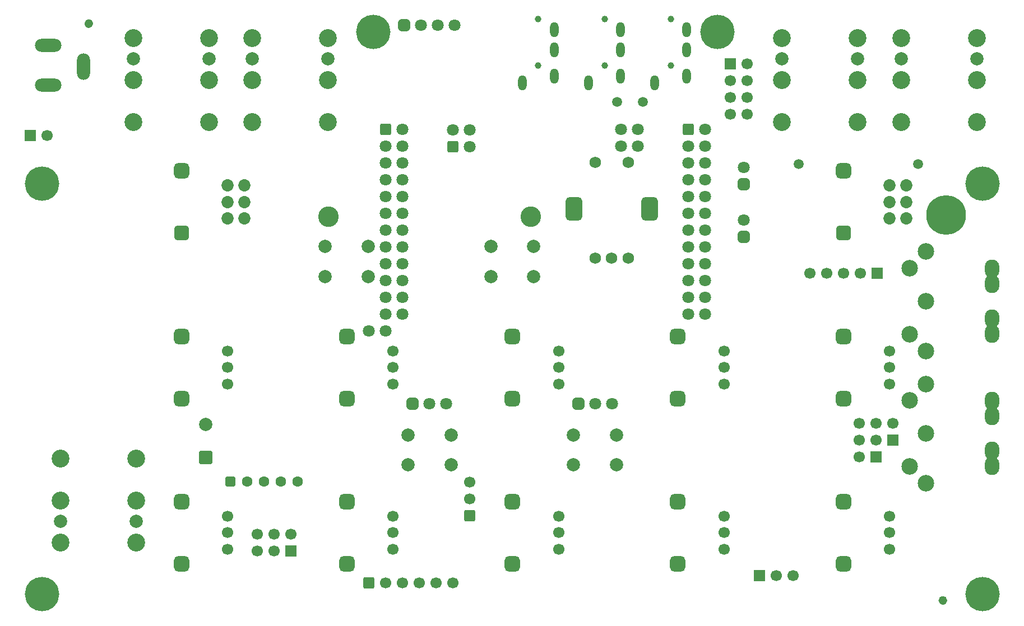
<source format=gbr>
%TF.GenerationSoftware,KiCad,Pcbnew,9.0.6-9.0.6~ubuntu24.04.1*%
%TF.CreationDate,2025-11-19T23:07:58+08:00*%
%TF.ProjectId,ksoloti_gills,6b736f6c-6f74-4695-9f67-696c6c732e6b,v0.6*%
%TF.SameCoordinates,Original*%
%TF.FileFunction,Soldermask,Bot*%
%TF.FilePolarity,Negative*%
%FSLAX46Y46*%
G04 Gerber Fmt 4.6, Leading zero omitted, Abs format (unit mm)*
G04 Created by KiCad (PCBNEW 9.0.6-9.0.6~ubuntu24.04.1) date 2025-11-19 23:07:58*
%MOMM*%
%LPD*%
G01*
G04 APERTURE LIST*
G04 Aperture macros list*
%AMRoundRect*
0 Rectangle with rounded corners*
0 $1 Rounding radius*
0 $2 $3 $4 $5 $6 $7 $8 $9 X,Y pos of 4 corners*
0 Add a 4 corners polygon primitive as box body*
4,1,4,$2,$3,$4,$5,$6,$7,$8,$9,$2,$3,0*
0 Add four circle primitives for the rounded corners*
1,1,$1+$1,$2,$3*
1,1,$1+$1,$4,$5*
1,1,$1+$1,$6,$7*
1,1,$1+$1,$8,$9*
0 Add four rect primitives between the rounded corners*
20,1,$1+$1,$2,$3,$4,$5,0*
20,1,$1+$1,$4,$5,$6,$7,0*
20,1,$1+$1,$6,$7,$8,$9,0*
20,1,$1+$1,$8,$9,$2,$3,0*%
G04 Aperture macros list end*
%ADD10C,0.650000*%
%ADD11C,1.700000*%
%ADD12RoundRect,0.575000X0.575000X0.575000X-0.575000X0.575000X-0.575000X-0.575000X0.575000X-0.575000X0*%
%ADD13RoundRect,0.450000X-0.450000X-0.450000X0.450000X-0.450000X0.450000X0.450000X-0.450000X0.450000X0*%
%ADD14C,1.800000*%
%ADD15C,0.800000*%
%ADD16C,5.200000*%
%ADD17C,1.852400*%
%ADD18RoundRect,0.562500X0.562500X0.562500X-0.562500X0.562500X-0.562500X-0.562500X0.562500X-0.562500X0*%
%ADD19R,1.700000X1.700000*%
%ADD20C,2.000000*%
%ADD21C,1.000000*%
%ADD22O,1.300000X2.300000*%
%ADD23RoundRect,0.400000X-0.400000X-0.400000X0.400000X-0.400000X0.400000X0.400000X-0.400000X0.400000X0*%
%ADD24C,1.600000*%
%ADD25C,1.152000*%
%ADD26RoundRect,0.450000X0.450000X-0.450000X0.450000X0.450000X-0.450000X0.450000X-0.450000X-0.450000X0*%
%ADD27RoundRect,0.625000X-0.625000X-1.175000X0.625000X-1.175000X0.625000X1.175000X-0.625000X1.175000X0*%
%ADD28C,1.750000*%
%ADD29C,6.000000*%
%ADD30C,3.100000*%
%ADD31C,2.700000*%
%ADD32RoundRect,0.250000X-0.600000X-0.600000X0.600000X-0.600000X0.600000X0.600000X-0.600000X0.600000X0*%
%ADD33O,4.000000X2.000000*%
%ADD34O,2.000000X4.000000*%
%ADD35C,2.500000*%
%ADD36O,2.200000X2.800000*%
%ADD37C,1.500000*%
%ADD38RoundRect,0.250000X0.600000X0.600000X-0.600000X0.600000X-0.600000X-0.600000X0.600000X-0.600000X0*%
%ADD39RoundRect,0.250000X-0.600000X0.600000X-0.600000X-0.600000X0.600000X-0.600000X0.600000X0.600000X0*%
%ADD40RoundRect,0.250000X0.750000X-0.750000X0.750000X0.750000X-0.750000X0.750000X-0.750000X-0.750000X0*%
G04 APERTURE END LIST*
%TO.C,FID2*%
D10*
X115362800Y-60248000D02*
G75*
G02*
X114712800Y-60248000I-325000J0D01*
G01*
X114712800Y-60248000D02*
G75*
G02*
X115362800Y-60248000I325000J0D01*
G01*
%TO.C,FID1*%
X-13662200Y26970000D02*
G75*
G02*
X-14312200Y26970000I-325000J0D01*
G01*
X-14312200Y26970000D02*
G75*
G02*
X-13662200Y26970000I325000J0D01*
G01*
%TD*%
D11*
%TO.C,RV1*%
X7000000Y-27500000D03*
X7000000Y-25000000D03*
X7000000Y-22500000D03*
D12*
X0Y-29700000D03*
X0Y-20300000D03*
%TD*%
D13*
%TO.C,LED3*%
X34921800Y-30500000D03*
D14*
X37461800Y-30500000D03*
X40001800Y-30500000D03*
%TD*%
D15*
%TO.C,MH5*%
X-23118622Y2742000D03*
X-22504803Y4244603D03*
X-22504803Y1239397D03*
X-21002200Y4858422D03*
D16*
X-21002200Y2742000D03*
D15*
X-21002200Y625578D03*
X-19499597Y4244603D03*
X-19499597Y1239397D03*
X-18885778Y2742000D03*
%TD*%
D11*
%TO.C,RV4*%
X82000000Y-27500000D03*
X82000000Y-25000000D03*
X82000000Y-22500000D03*
D12*
X75000000Y-29700000D03*
X75000000Y-20300000D03*
%TD*%
D13*
%TO.C,LED4*%
X59950000Y-30500000D03*
D14*
X62490000Y-30500000D03*
X65030000Y-30500000D03*
%TD*%
D11*
%TO.C,RV2*%
X32000000Y-27500000D03*
X32000000Y-25000000D03*
X32000000Y-22500000D03*
D12*
X25000000Y-29700000D03*
X25000000Y-20300000D03*
%TD*%
D17*
%TO.C,RV11*%
X7000000Y-2500000D03*
X7000000Y0D03*
X7000000Y2500000D03*
X9540000Y-2500000D03*
X9540000Y0D03*
X9540000Y2500000D03*
D18*
X0Y-4700000D03*
D12*
X0Y4700000D03*
%TD*%
D19*
%TO.C,J16*%
X82937800Y20858000D03*
D11*
X85477800Y20858000D03*
X82937800Y18318000D03*
X85477800Y18318000D03*
X82937800Y15778000D03*
X85477800Y15778000D03*
X82937800Y13238000D03*
X85477800Y13238000D03*
%TD*%
D20*
%TO.C,SW1*%
X21750000Y-11250000D03*
X28250000Y-11250000D03*
X21750000Y-6750000D03*
X28250000Y-6750000D03*
%TD*%
%TO.C,SW4*%
X59250000Y-39750000D03*
X65750000Y-39750000D03*
X59250000Y-35250000D03*
X65750000Y-35250000D03*
%TD*%
D19*
%TO.C,J15*%
X104907000Y-38577000D03*
D11*
X102367000Y-38577000D03*
X104907000Y-36037000D03*
X102367000Y-36037000D03*
X104907000Y-33497000D03*
X102367000Y-33497000D03*
%TD*%
D20*
%TO.C,SW2*%
X46750000Y-11250000D03*
X53250000Y-11250000D03*
X46750000Y-6750000D03*
X53250000Y-6750000D03*
%TD*%
D21*
%TO.C,J8*%
X63922800Y27642000D03*
X63922800Y20642000D03*
D22*
X66322800Y23042000D03*
X66322800Y26042000D03*
X61522800Y18042000D03*
X66322800Y19042000D03*
%TD*%
D11*
%TO.C,RV3*%
X57000000Y-27500000D03*
X57000000Y-25000000D03*
X57000000Y-22500000D03*
D12*
X50000000Y-29700000D03*
X50000000Y-20300000D03*
%TD*%
D15*
%TO.C,MH6*%
X-23118622Y-59258000D03*
X-22504803Y-57755397D03*
X-22504803Y-60760603D03*
X-21002200Y-57141578D03*
D16*
X-21002200Y-59258000D03*
D15*
X-21002200Y-61374422D03*
X-19499597Y-57755397D03*
X-19499597Y-60760603D03*
X-18885778Y-59258000D03*
%TD*%
D23*
%TO.C,M1*%
X7420000Y-42310000D03*
D24*
X9960000Y-42310000D03*
X12500000Y-42310000D03*
X15040000Y-42310000D03*
X17580000Y-42310000D03*
%TD*%
D19*
%TO.C,J18*%
X107448800Y-36038000D03*
D11*
X107448800Y-33498000D03*
%TD*%
%TO.C,RV10*%
X107000000Y-52500000D03*
X107000000Y-50000000D03*
X107000000Y-47500000D03*
D12*
X100000000Y-54700000D03*
X100000000Y-45300000D03*
%TD*%
D11*
%TO.C,RV9*%
X82000000Y-52500000D03*
X82000000Y-50000000D03*
X82000000Y-47500000D03*
D12*
X75000000Y-54700000D03*
X75000000Y-45300000D03*
%TD*%
D21*
%TO.C,J9*%
X73922800Y27642000D03*
X73922800Y20642000D03*
D22*
X76322800Y23042000D03*
X76322800Y26042000D03*
X71522800Y18042000D03*
X76322800Y19042000D03*
%TD*%
D11*
%TO.C,RV6*%
X7000000Y-52500000D03*
X7000000Y-50000000D03*
X7000000Y-47500000D03*
D12*
X0Y-54700000D03*
X0Y-45300000D03*
%TD*%
D21*
%TO.C,J17*%
X53922800Y27642000D03*
X53922800Y20642000D03*
D22*
X56322800Y23042000D03*
X56322800Y26042000D03*
X51522800Y18042000D03*
X56322800Y19042000D03*
%TD*%
D15*
%TO.C,MH4*%
X78881378Y25742000D03*
X79495197Y27244603D03*
X79495197Y24239397D03*
X80997800Y27858422D03*
D16*
X80997800Y25742000D03*
D15*
X80997800Y23625578D03*
X82500403Y27244603D03*
X82500403Y24239397D03*
X83114222Y25742000D03*
%TD*%
%TO.C,MH8*%
X118881378Y2742000D03*
X119495197Y4244603D03*
X119495197Y1239397D03*
X120997800Y4858422D03*
D16*
X120997800Y2742000D03*
D15*
X120997800Y625578D03*
X122500403Y4244603D03*
X122500403Y1239397D03*
X123114222Y2742000D03*
%TD*%
D17*
%TO.C,RV12*%
X107000000Y-2500000D03*
X107000000Y0D03*
X107000000Y2500000D03*
X109540000Y-2500000D03*
X109540000Y0D03*
X109540000Y2500000D03*
D18*
X100000000Y-4700000D03*
D12*
X100000000Y4700000D03*
%TD*%
D25*
%TO.C,FID2*%
X115037800Y-60248000D03*
%TD*%
D26*
%TO.C,LED2*%
X85000000Y-5270000D03*
D14*
X85000000Y-2730000D03*
%TD*%
D15*
%TO.C,MH7*%
X118881378Y-59258000D03*
X119495197Y-57755397D03*
X119495197Y-60760603D03*
X120997800Y-57141578D03*
D16*
X120997800Y-59258000D03*
D15*
X120997800Y-61374422D03*
X122500403Y-57755397D03*
X122500403Y-60760603D03*
X123114222Y-59258000D03*
%TD*%
D27*
%TO.C,ENC1*%
X59300000Y-1000000D03*
X70700000Y-1000000D03*
D28*
X62500000Y-8500000D03*
X67500000Y-8500000D03*
X65000000Y-8500000D03*
X62500000Y6000000D03*
X67500000Y6000000D03*
%TD*%
D29*
%TO.C,MH9*%
X115500000Y-2000000D03*
%TD*%
D11*
%TO.C,RV7*%
X32000000Y-52500000D03*
X32000000Y-50000000D03*
X32000000Y-47500000D03*
D12*
X25000000Y-54700000D03*
X25000000Y-45300000D03*
%TD*%
D25*
%TO.C,FID1*%
X-13987200Y26970000D03*
%TD*%
D20*
%TO.C,SW3*%
X34250000Y-39750000D03*
X40750000Y-39750000D03*
X34250000Y-35250000D03*
X40750000Y-35250000D03*
%TD*%
D11*
%TO.C,RV5*%
X107000000Y-27500000D03*
X107000000Y-25000000D03*
X107000000Y-22500000D03*
D12*
X100000000Y-29700000D03*
X100000000Y-20300000D03*
%TD*%
D15*
%TO.C,MH1*%
X26881378Y25742000D03*
X27495197Y27244603D03*
X27495197Y24239397D03*
X28997800Y27858422D03*
D16*
X28997800Y25742000D03*
D15*
X28997800Y23625578D03*
X30500403Y27244603D03*
X30500403Y24239397D03*
X31114222Y25742000D03*
%TD*%
D11*
%TO.C,RV8*%
X57000000Y-52500000D03*
X57000000Y-50000000D03*
X57000000Y-47500000D03*
D12*
X50000000Y-54700000D03*
X50000000Y-45300000D03*
%TD*%
D19*
%TO.C,J2*%
X-22860000Y10049000D03*
D11*
X-20320000Y10049000D03*
%TD*%
D30*
%TO.C,OLED1*%
X22250000Y-2250000D03*
X52800000Y-2250000D03*
D26*
X33690000Y26750000D03*
D14*
X36230000Y26750000D03*
X38770000Y26750000D03*
X41310000Y26750000D03*
%TD*%
D26*
%TO.C,LED1*%
X85000000Y2730000D03*
D14*
X85000000Y5270000D03*
%TD*%
D19*
%TO.C,J19*%
X105080000Y-10795000D03*
D11*
X102540000Y-10795000D03*
X100000000Y-10795000D03*
X97460000Y-10795000D03*
X94920000Y-10795000D03*
%TD*%
D20*
%TO.C,J4*%
X10716800Y21616000D03*
X22146800Y21616000D03*
D31*
X22146800Y18466000D03*
X10716800Y18466000D03*
X22146800Y24816000D03*
X10716800Y24816000D03*
X22146800Y12116000D03*
X10716800Y12116000D03*
%TD*%
D14*
%TO.C,H2_P21*%
X66427800Y8412000D03*
%TD*%
%TO.C,H1_P12*%
X33407800Y-1748000D03*
%TD*%
%TO.C,H3_P2*%
X79127800Y10952000D03*
%TD*%
%TO.C,H1_P13*%
X30867800Y-4288000D03*
%TD*%
%TO.C,H3_P4*%
X79127800Y8412000D03*
%TD*%
%TO.C,H1_P22*%
X33407800Y-14448000D03*
%TD*%
%TO.C,H3_P17*%
X76587800Y-9368000D03*
%TD*%
%TO.C,H3_P19*%
X76587800Y-11908000D03*
%TD*%
D32*
%TO.C,J13*%
X43567800Y-47468000D03*
D11*
X43567800Y-44928000D03*
X43567800Y-42388000D03*
%TD*%
D33*
%TO.C,J1*%
X-20082200Y17710060D03*
X-20082200Y23712080D03*
D34*
X-14781220Y20460880D03*
%TD*%
D14*
%TO.C,H6_P1*%
X28327800Y-19528000D03*
%TD*%
%TO.C,H3_P22*%
X79127800Y-14448000D03*
%TD*%
D20*
%TO.C,J7*%
X-6822200Y-48258000D03*
X-18252200Y-48258000D03*
D31*
X-18252200Y-45108000D03*
X-6822200Y-45108000D03*
X-18252200Y-51458000D03*
X-6822200Y-51458000D03*
X-18252200Y-38758000D03*
X-6822200Y-38758000D03*
%TD*%
D14*
%TO.C,H3_P15*%
X76587800Y-6828000D03*
%TD*%
D35*
%TO.C,J10*%
X112501800Y-22500000D03*
X112501800Y-15000000D03*
X112501800Y-7500000D03*
X110001800Y-20000000D03*
X110001800Y-10000000D03*
D36*
X122501800Y-10100000D03*
X122501800Y-12400000D03*
X122501800Y-17600000D03*
X122501800Y-19900000D03*
%TD*%
D14*
%TO.C,H3_P23*%
X76587800Y-16988000D03*
%TD*%
%TO.C,H3_P16*%
X79127800Y-6828000D03*
%TD*%
%TO.C,H1_P17*%
X30867800Y-9368000D03*
%TD*%
%TO.C,H3_P8*%
X79127800Y3332000D03*
%TD*%
%TO.C,H3_P14*%
X79127800Y-4288000D03*
%TD*%
%TO.C,H1_P23*%
X30867800Y-16988000D03*
%TD*%
%TO.C,H2_P23*%
X68967800Y8412000D03*
%TD*%
D19*
%TO.C,J14*%
X16526376Y-52762278D03*
D11*
X16526376Y-50222278D03*
X13986376Y-52762278D03*
X13986376Y-50222278D03*
X11446376Y-52762278D03*
X11446376Y-50222278D03*
%TD*%
D37*
%TO.C,TP2*%
X111252000Y5766000D03*
%TD*%
D14*
%TO.C,H3_P11*%
X76587800Y-1748000D03*
%TD*%
%TO.C,H2_P22*%
X66427800Y10952000D03*
%TD*%
%TO.C,H1_P18*%
X33407800Y-9368000D03*
%TD*%
D38*
%TO.C,H3_P1*%
X76587800Y10952000D03*
%TD*%
D14*
%TO.C,H3_P24*%
X79127800Y-16988000D03*
%TD*%
%TO.C,H2_P3*%
X43561000Y8382000D03*
%TD*%
D37*
%TO.C,TP1*%
X93257800Y5766000D03*
%TD*%
D14*
%TO.C,H1_P7*%
X30867800Y3332000D03*
%TD*%
%TO.C,H3_P5*%
X76587800Y5872000D03*
%TD*%
%TO.C,H3_P20*%
X79127800Y-11908000D03*
%TD*%
%TO.C,H3_P21*%
X76587800Y-14448000D03*
%TD*%
D20*
%TO.C,J6*%
X108717800Y21616000D03*
X120147800Y21616000D03*
D31*
X120147800Y18466000D03*
X108717800Y18466000D03*
X120147800Y24816000D03*
X108717800Y24816000D03*
X120147800Y12116000D03*
X108717800Y12116000D03*
%TD*%
D14*
%TO.C,H6_P2*%
X30867800Y-19528000D03*
%TD*%
%TO.C,H1_P21*%
X30867800Y-14448000D03*
%TD*%
D39*
%TO.C,J12*%
X28327800Y-57628000D03*
D11*
X30867800Y-57628000D03*
X33407800Y-57628000D03*
X35947800Y-57628000D03*
X38487800Y-57628000D03*
X41027800Y-57628000D03*
%TD*%
D14*
%TO.C,H1_P2*%
X33407800Y10952000D03*
%TD*%
%TO.C,H1_P19*%
X30867800Y-11908000D03*
%TD*%
%TO.C,H1_P9*%
X30867800Y792000D03*
%TD*%
%TO.C,H1_P11*%
X30867800Y-1748000D03*
%TD*%
%TO.C,H3_P3*%
X76587800Y8412000D03*
%TD*%
D37*
%TO.C,TP4*%
X69723000Y15113000D03*
%TD*%
D14*
%TO.C,H1_P10*%
X33407800Y792000D03*
%TD*%
D20*
%TO.C,J3*%
X-7283200Y21616000D03*
X4146800Y21616000D03*
D31*
X4146800Y18466000D03*
X-7283200Y18466000D03*
X4146800Y24816000D03*
X-7283200Y24816000D03*
X4146800Y12116000D03*
X-7283200Y12116000D03*
%TD*%
D14*
%TO.C,H1_P3*%
X30867800Y8412000D03*
%TD*%
D19*
%TO.C,J20*%
X87300000Y-56515000D03*
D11*
X89840000Y-56515000D03*
X92380000Y-56515000D03*
%TD*%
D14*
%TO.C,H2_P24*%
X68967800Y10952000D03*
%TD*%
%TO.C,H2_P2*%
X41021000Y10922000D03*
%TD*%
%TO.C,H3_P10*%
X79127800Y792000D03*
%TD*%
%TO.C,H1_P8*%
X33407800Y3332000D03*
%TD*%
D37*
%TO.C,TP3*%
X65786000Y15113000D03*
%TD*%
D14*
%TO.C,H3_P18*%
X79127800Y-9368000D03*
%TD*%
%TO.C,H3_P7*%
X76587800Y3332000D03*
%TD*%
%TO.C,H3_P12*%
X79127800Y-1748000D03*
%TD*%
D40*
%TO.C,C53*%
X3683000Y-38628000D03*
D20*
X3683000Y-33628000D03*
%TD*%
D14*
%TO.C,H1_P15*%
X30867800Y-6828000D03*
%TD*%
D35*
%TO.C,J11*%
X112501800Y-42500000D03*
X112501800Y-35000000D03*
X112501800Y-27500000D03*
X110001800Y-40000000D03*
X110001800Y-30000000D03*
D36*
X122501800Y-30100000D03*
X122501800Y-32400000D03*
X122501800Y-37600000D03*
X122501800Y-39900000D03*
%TD*%
D14*
%TO.C,H2_P4*%
X43561000Y10922000D03*
%TD*%
%TO.C,H3_P9*%
X76587800Y792000D03*
%TD*%
%TO.C,H1_P6*%
X33407800Y5872000D03*
%TD*%
%TO.C,H1_P20*%
X33407800Y-11908000D03*
%TD*%
%TO.C,H1_P4*%
X33407800Y8412000D03*
%TD*%
%TO.C,H1_P24*%
X33407800Y-16988000D03*
%TD*%
D20*
%TO.C,J5*%
X90717800Y21616000D03*
X102147800Y21616000D03*
D31*
X102147800Y18466000D03*
X90717800Y18466000D03*
X102147800Y24816000D03*
X90717800Y24816000D03*
X102147800Y12116000D03*
X90717800Y12116000D03*
%TD*%
D14*
%TO.C,H3_P6*%
X79127800Y5872000D03*
%TD*%
%TO.C,H3_P13*%
X76587800Y-4288000D03*
%TD*%
D38*
%TO.C,H1_P1*%
X30867800Y10952000D03*
%TD*%
%TO.C,H2_P1*%
X41021000Y8382000D03*
%TD*%
D14*
%TO.C,H1_P14*%
X33407800Y-4288000D03*
%TD*%
%TO.C,H1_P16*%
X33407800Y-6828000D03*
%TD*%
%TO.C,H1_P5*%
X30867800Y5872000D03*
%TD*%
M02*

</source>
